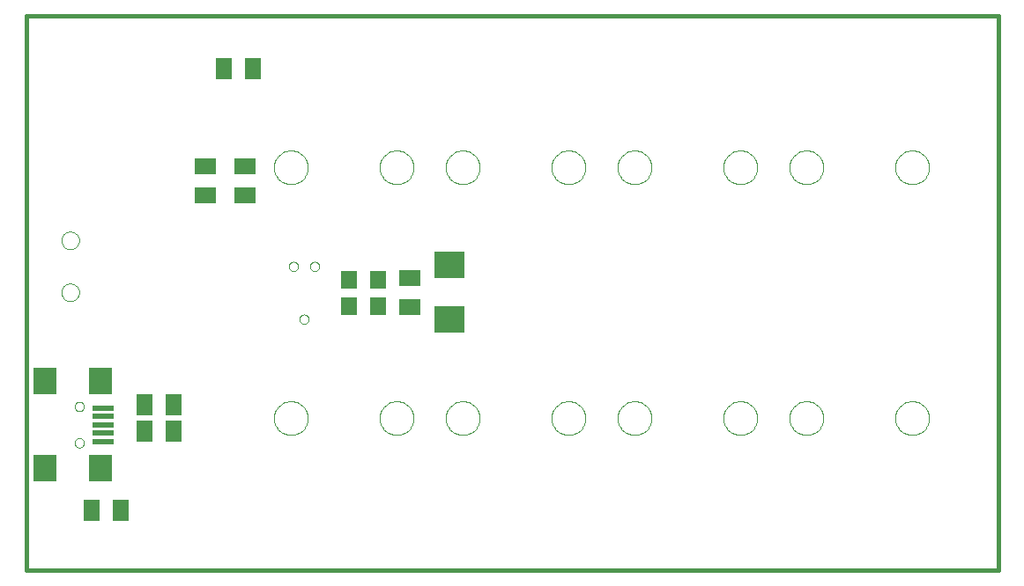
<source format=gtp>
G75*
G70*
%OFA0B0*%
%FSLAX24Y24*%
%IPPOS*%
%LPD*%
%AMOC8*
5,1,8,0,0,1.08239X$1,22.5*
%
%ADD10C,0.0160*%
%ADD11C,0.0000*%
%ADD12R,0.0787X0.0630*%
%ADD13R,0.0630X0.0709*%
%ADD14R,0.1181X0.0984*%
%ADD15R,0.0630X0.0787*%
%ADD16R,0.0866X0.0984*%
%ADD17R,0.0787X0.0197*%
D10*
X000620Y000267D02*
X037370Y000267D01*
X037370Y021267D01*
X000620Y021267D01*
X000620Y000267D01*
D11*
X002443Y005078D02*
X002445Y005104D01*
X002451Y005130D01*
X002461Y005155D01*
X002474Y005178D01*
X002490Y005198D01*
X002510Y005216D01*
X002532Y005231D01*
X002555Y005243D01*
X002581Y005251D01*
X002607Y005255D01*
X002633Y005255D01*
X002659Y005251D01*
X002685Y005243D01*
X002709Y005231D01*
X002730Y005216D01*
X002750Y005198D01*
X002766Y005178D01*
X002779Y005155D01*
X002789Y005130D01*
X002795Y005104D01*
X002797Y005078D01*
X002795Y005052D01*
X002789Y005026D01*
X002779Y005001D01*
X002766Y004978D01*
X002750Y004958D01*
X002730Y004940D01*
X002708Y004925D01*
X002685Y004913D01*
X002659Y004905D01*
X002633Y004901D01*
X002607Y004901D01*
X002581Y004905D01*
X002555Y004913D01*
X002531Y004925D01*
X002510Y004940D01*
X002490Y004958D01*
X002474Y004978D01*
X002461Y005001D01*
X002451Y005026D01*
X002445Y005052D01*
X002443Y005078D01*
X002443Y006456D02*
X002445Y006482D01*
X002451Y006508D01*
X002461Y006533D01*
X002474Y006556D01*
X002490Y006576D01*
X002510Y006594D01*
X002532Y006609D01*
X002555Y006621D01*
X002581Y006629D01*
X002607Y006633D01*
X002633Y006633D01*
X002659Y006629D01*
X002685Y006621D01*
X002709Y006609D01*
X002730Y006594D01*
X002750Y006576D01*
X002766Y006556D01*
X002779Y006533D01*
X002789Y006508D01*
X002795Y006482D01*
X002797Y006456D01*
X002795Y006430D01*
X002789Y006404D01*
X002779Y006379D01*
X002766Y006356D01*
X002750Y006336D01*
X002730Y006318D01*
X002708Y006303D01*
X002685Y006291D01*
X002659Y006283D01*
X002633Y006279D01*
X002607Y006279D01*
X002581Y006283D01*
X002555Y006291D01*
X002531Y006303D01*
X002510Y006318D01*
X002490Y006336D01*
X002474Y006356D01*
X002461Y006379D01*
X002451Y006404D01*
X002445Y006430D01*
X002443Y006456D01*
X001939Y010782D02*
X001941Y010818D01*
X001947Y010854D01*
X001957Y010889D01*
X001970Y010923D01*
X001987Y010955D01*
X002007Y010985D01*
X002031Y011012D01*
X002057Y011037D01*
X002086Y011059D01*
X002117Y011078D01*
X002150Y011093D01*
X002184Y011105D01*
X002220Y011113D01*
X002256Y011117D01*
X002292Y011117D01*
X002328Y011113D01*
X002364Y011105D01*
X002398Y011093D01*
X002431Y011078D01*
X002462Y011059D01*
X002491Y011037D01*
X002517Y011012D01*
X002541Y010985D01*
X002561Y010955D01*
X002578Y010923D01*
X002591Y010889D01*
X002601Y010854D01*
X002607Y010818D01*
X002609Y010782D01*
X002607Y010746D01*
X002601Y010710D01*
X002591Y010675D01*
X002578Y010641D01*
X002561Y010609D01*
X002541Y010579D01*
X002517Y010552D01*
X002491Y010527D01*
X002462Y010505D01*
X002431Y010486D01*
X002398Y010471D01*
X002364Y010459D01*
X002328Y010451D01*
X002292Y010447D01*
X002256Y010447D01*
X002220Y010451D01*
X002184Y010459D01*
X002150Y010471D01*
X002117Y010486D01*
X002086Y010505D01*
X002057Y010527D01*
X002031Y010552D01*
X002007Y010579D01*
X001987Y010609D01*
X001970Y010641D01*
X001957Y010675D01*
X001947Y010710D01*
X001941Y010746D01*
X001939Y010782D01*
X001939Y012751D02*
X001941Y012787D01*
X001947Y012823D01*
X001957Y012858D01*
X001970Y012892D01*
X001987Y012924D01*
X002007Y012954D01*
X002031Y012981D01*
X002057Y013006D01*
X002086Y013028D01*
X002117Y013047D01*
X002150Y013062D01*
X002184Y013074D01*
X002220Y013082D01*
X002256Y013086D01*
X002292Y013086D01*
X002328Y013082D01*
X002364Y013074D01*
X002398Y013062D01*
X002431Y013047D01*
X002462Y013028D01*
X002491Y013006D01*
X002517Y012981D01*
X002541Y012954D01*
X002561Y012924D01*
X002578Y012892D01*
X002591Y012858D01*
X002601Y012823D01*
X002607Y012787D01*
X002609Y012751D01*
X002607Y012715D01*
X002601Y012679D01*
X002591Y012644D01*
X002578Y012610D01*
X002561Y012578D01*
X002541Y012548D01*
X002517Y012521D01*
X002491Y012496D01*
X002462Y012474D01*
X002431Y012455D01*
X002398Y012440D01*
X002364Y012428D01*
X002328Y012420D01*
X002292Y012416D01*
X002256Y012416D01*
X002220Y012420D01*
X002184Y012428D01*
X002150Y012440D01*
X002117Y012455D01*
X002086Y012474D01*
X002057Y012496D01*
X002031Y012521D01*
X002007Y012548D01*
X001987Y012578D01*
X001970Y012610D01*
X001957Y012644D01*
X001947Y012679D01*
X001941Y012715D01*
X001939Y012751D01*
X010545Y011767D02*
X010547Y011793D01*
X010553Y011819D01*
X010562Y011843D01*
X010575Y011866D01*
X010592Y011886D01*
X010611Y011904D01*
X010633Y011919D01*
X010656Y011930D01*
X010681Y011938D01*
X010707Y011942D01*
X010733Y011942D01*
X010759Y011938D01*
X010784Y011930D01*
X010808Y011919D01*
X010829Y011904D01*
X010848Y011886D01*
X010865Y011866D01*
X010878Y011843D01*
X010887Y011819D01*
X010893Y011793D01*
X010895Y011767D01*
X010893Y011741D01*
X010887Y011715D01*
X010878Y011691D01*
X010865Y011668D01*
X010848Y011648D01*
X010829Y011630D01*
X010807Y011615D01*
X010784Y011604D01*
X010759Y011596D01*
X010733Y011592D01*
X010707Y011592D01*
X010681Y011596D01*
X010656Y011604D01*
X010632Y011615D01*
X010611Y011630D01*
X010592Y011648D01*
X010575Y011668D01*
X010562Y011691D01*
X010553Y011715D01*
X010547Y011741D01*
X010545Y011767D01*
X011345Y011767D02*
X011347Y011793D01*
X011353Y011819D01*
X011362Y011843D01*
X011375Y011866D01*
X011392Y011886D01*
X011411Y011904D01*
X011433Y011919D01*
X011456Y011930D01*
X011481Y011938D01*
X011507Y011942D01*
X011533Y011942D01*
X011559Y011938D01*
X011584Y011930D01*
X011608Y011919D01*
X011629Y011904D01*
X011648Y011886D01*
X011665Y011866D01*
X011678Y011843D01*
X011687Y011819D01*
X011693Y011793D01*
X011695Y011767D01*
X011693Y011741D01*
X011687Y011715D01*
X011678Y011691D01*
X011665Y011668D01*
X011648Y011648D01*
X011629Y011630D01*
X011607Y011615D01*
X011584Y011604D01*
X011559Y011596D01*
X011533Y011592D01*
X011507Y011592D01*
X011481Y011596D01*
X011456Y011604D01*
X011432Y011615D01*
X011411Y011630D01*
X011392Y011648D01*
X011375Y011668D01*
X011362Y011691D01*
X011353Y011715D01*
X011347Y011741D01*
X011345Y011767D01*
X010945Y009767D02*
X010947Y009793D01*
X010953Y009819D01*
X010962Y009843D01*
X010975Y009866D01*
X010992Y009886D01*
X011011Y009904D01*
X011033Y009919D01*
X011056Y009930D01*
X011081Y009938D01*
X011107Y009942D01*
X011133Y009942D01*
X011159Y009938D01*
X011184Y009930D01*
X011208Y009919D01*
X011229Y009904D01*
X011248Y009886D01*
X011265Y009866D01*
X011278Y009843D01*
X011287Y009819D01*
X011293Y009793D01*
X011295Y009767D01*
X011293Y009741D01*
X011287Y009715D01*
X011278Y009691D01*
X011265Y009668D01*
X011248Y009648D01*
X011229Y009630D01*
X011207Y009615D01*
X011184Y009604D01*
X011159Y009596D01*
X011133Y009592D01*
X011107Y009592D01*
X011081Y009596D01*
X011056Y009604D01*
X011032Y009615D01*
X011011Y009630D01*
X010992Y009648D01*
X010975Y009668D01*
X010962Y009691D01*
X010953Y009715D01*
X010947Y009741D01*
X010945Y009767D01*
X009980Y006017D02*
X009982Y006067D01*
X009988Y006117D01*
X009998Y006166D01*
X010011Y006215D01*
X010029Y006262D01*
X010050Y006308D01*
X010074Y006351D01*
X010102Y006393D01*
X010133Y006433D01*
X010167Y006470D01*
X010204Y006504D01*
X010244Y006535D01*
X010286Y006563D01*
X010329Y006587D01*
X010375Y006608D01*
X010422Y006626D01*
X010471Y006639D01*
X010520Y006649D01*
X010570Y006655D01*
X010620Y006657D01*
X010670Y006655D01*
X010720Y006649D01*
X010769Y006639D01*
X010818Y006626D01*
X010865Y006608D01*
X010911Y006587D01*
X010954Y006563D01*
X010996Y006535D01*
X011036Y006504D01*
X011073Y006470D01*
X011107Y006433D01*
X011138Y006393D01*
X011166Y006351D01*
X011190Y006308D01*
X011211Y006262D01*
X011229Y006215D01*
X011242Y006166D01*
X011252Y006117D01*
X011258Y006067D01*
X011260Y006017D01*
X011258Y005967D01*
X011252Y005917D01*
X011242Y005868D01*
X011229Y005819D01*
X011211Y005772D01*
X011190Y005726D01*
X011166Y005683D01*
X011138Y005641D01*
X011107Y005601D01*
X011073Y005564D01*
X011036Y005530D01*
X010996Y005499D01*
X010954Y005471D01*
X010911Y005447D01*
X010865Y005426D01*
X010818Y005408D01*
X010769Y005395D01*
X010720Y005385D01*
X010670Y005379D01*
X010620Y005377D01*
X010570Y005379D01*
X010520Y005385D01*
X010471Y005395D01*
X010422Y005408D01*
X010375Y005426D01*
X010329Y005447D01*
X010286Y005471D01*
X010244Y005499D01*
X010204Y005530D01*
X010167Y005564D01*
X010133Y005601D01*
X010102Y005641D01*
X010074Y005683D01*
X010050Y005726D01*
X010029Y005772D01*
X010011Y005819D01*
X009998Y005868D01*
X009988Y005917D01*
X009982Y005967D01*
X009980Y006017D01*
X013980Y006017D02*
X013982Y006067D01*
X013988Y006117D01*
X013998Y006166D01*
X014011Y006215D01*
X014029Y006262D01*
X014050Y006308D01*
X014074Y006351D01*
X014102Y006393D01*
X014133Y006433D01*
X014167Y006470D01*
X014204Y006504D01*
X014244Y006535D01*
X014286Y006563D01*
X014329Y006587D01*
X014375Y006608D01*
X014422Y006626D01*
X014471Y006639D01*
X014520Y006649D01*
X014570Y006655D01*
X014620Y006657D01*
X014670Y006655D01*
X014720Y006649D01*
X014769Y006639D01*
X014818Y006626D01*
X014865Y006608D01*
X014911Y006587D01*
X014954Y006563D01*
X014996Y006535D01*
X015036Y006504D01*
X015073Y006470D01*
X015107Y006433D01*
X015138Y006393D01*
X015166Y006351D01*
X015190Y006308D01*
X015211Y006262D01*
X015229Y006215D01*
X015242Y006166D01*
X015252Y006117D01*
X015258Y006067D01*
X015260Y006017D01*
X015258Y005967D01*
X015252Y005917D01*
X015242Y005868D01*
X015229Y005819D01*
X015211Y005772D01*
X015190Y005726D01*
X015166Y005683D01*
X015138Y005641D01*
X015107Y005601D01*
X015073Y005564D01*
X015036Y005530D01*
X014996Y005499D01*
X014954Y005471D01*
X014911Y005447D01*
X014865Y005426D01*
X014818Y005408D01*
X014769Y005395D01*
X014720Y005385D01*
X014670Y005379D01*
X014620Y005377D01*
X014570Y005379D01*
X014520Y005385D01*
X014471Y005395D01*
X014422Y005408D01*
X014375Y005426D01*
X014329Y005447D01*
X014286Y005471D01*
X014244Y005499D01*
X014204Y005530D01*
X014167Y005564D01*
X014133Y005601D01*
X014102Y005641D01*
X014074Y005683D01*
X014050Y005726D01*
X014029Y005772D01*
X014011Y005819D01*
X013998Y005868D01*
X013988Y005917D01*
X013982Y005967D01*
X013980Y006017D01*
X016480Y006017D02*
X016482Y006067D01*
X016488Y006117D01*
X016498Y006166D01*
X016511Y006215D01*
X016529Y006262D01*
X016550Y006308D01*
X016574Y006351D01*
X016602Y006393D01*
X016633Y006433D01*
X016667Y006470D01*
X016704Y006504D01*
X016744Y006535D01*
X016786Y006563D01*
X016829Y006587D01*
X016875Y006608D01*
X016922Y006626D01*
X016971Y006639D01*
X017020Y006649D01*
X017070Y006655D01*
X017120Y006657D01*
X017170Y006655D01*
X017220Y006649D01*
X017269Y006639D01*
X017318Y006626D01*
X017365Y006608D01*
X017411Y006587D01*
X017454Y006563D01*
X017496Y006535D01*
X017536Y006504D01*
X017573Y006470D01*
X017607Y006433D01*
X017638Y006393D01*
X017666Y006351D01*
X017690Y006308D01*
X017711Y006262D01*
X017729Y006215D01*
X017742Y006166D01*
X017752Y006117D01*
X017758Y006067D01*
X017760Y006017D01*
X017758Y005967D01*
X017752Y005917D01*
X017742Y005868D01*
X017729Y005819D01*
X017711Y005772D01*
X017690Y005726D01*
X017666Y005683D01*
X017638Y005641D01*
X017607Y005601D01*
X017573Y005564D01*
X017536Y005530D01*
X017496Y005499D01*
X017454Y005471D01*
X017411Y005447D01*
X017365Y005426D01*
X017318Y005408D01*
X017269Y005395D01*
X017220Y005385D01*
X017170Y005379D01*
X017120Y005377D01*
X017070Y005379D01*
X017020Y005385D01*
X016971Y005395D01*
X016922Y005408D01*
X016875Y005426D01*
X016829Y005447D01*
X016786Y005471D01*
X016744Y005499D01*
X016704Y005530D01*
X016667Y005564D01*
X016633Y005601D01*
X016602Y005641D01*
X016574Y005683D01*
X016550Y005726D01*
X016529Y005772D01*
X016511Y005819D01*
X016498Y005868D01*
X016488Y005917D01*
X016482Y005967D01*
X016480Y006017D01*
X020480Y006017D02*
X020482Y006067D01*
X020488Y006117D01*
X020498Y006166D01*
X020511Y006215D01*
X020529Y006262D01*
X020550Y006308D01*
X020574Y006351D01*
X020602Y006393D01*
X020633Y006433D01*
X020667Y006470D01*
X020704Y006504D01*
X020744Y006535D01*
X020786Y006563D01*
X020829Y006587D01*
X020875Y006608D01*
X020922Y006626D01*
X020971Y006639D01*
X021020Y006649D01*
X021070Y006655D01*
X021120Y006657D01*
X021170Y006655D01*
X021220Y006649D01*
X021269Y006639D01*
X021318Y006626D01*
X021365Y006608D01*
X021411Y006587D01*
X021454Y006563D01*
X021496Y006535D01*
X021536Y006504D01*
X021573Y006470D01*
X021607Y006433D01*
X021638Y006393D01*
X021666Y006351D01*
X021690Y006308D01*
X021711Y006262D01*
X021729Y006215D01*
X021742Y006166D01*
X021752Y006117D01*
X021758Y006067D01*
X021760Y006017D01*
X021758Y005967D01*
X021752Y005917D01*
X021742Y005868D01*
X021729Y005819D01*
X021711Y005772D01*
X021690Y005726D01*
X021666Y005683D01*
X021638Y005641D01*
X021607Y005601D01*
X021573Y005564D01*
X021536Y005530D01*
X021496Y005499D01*
X021454Y005471D01*
X021411Y005447D01*
X021365Y005426D01*
X021318Y005408D01*
X021269Y005395D01*
X021220Y005385D01*
X021170Y005379D01*
X021120Y005377D01*
X021070Y005379D01*
X021020Y005385D01*
X020971Y005395D01*
X020922Y005408D01*
X020875Y005426D01*
X020829Y005447D01*
X020786Y005471D01*
X020744Y005499D01*
X020704Y005530D01*
X020667Y005564D01*
X020633Y005601D01*
X020602Y005641D01*
X020574Y005683D01*
X020550Y005726D01*
X020529Y005772D01*
X020511Y005819D01*
X020498Y005868D01*
X020488Y005917D01*
X020482Y005967D01*
X020480Y006017D01*
X022980Y006017D02*
X022982Y006067D01*
X022988Y006117D01*
X022998Y006166D01*
X023011Y006215D01*
X023029Y006262D01*
X023050Y006308D01*
X023074Y006351D01*
X023102Y006393D01*
X023133Y006433D01*
X023167Y006470D01*
X023204Y006504D01*
X023244Y006535D01*
X023286Y006563D01*
X023329Y006587D01*
X023375Y006608D01*
X023422Y006626D01*
X023471Y006639D01*
X023520Y006649D01*
X023570Y006655D01*
X023620Y006657D01*
X023670Y006655D01*
X023720Y006649D01*
X023769Y006639D01*
X023818Y006626D01*
X023865Y006608D01*
X023911Y006587D01*
X023954Y006563D01*
X023996Y006535D01*
X024036Y006504D01*
X024073Y006470D01*
X024107Y006433D01*
X024138Y006393D01*
X024166Y006351D01*
X024190Y006308D01*
X024211Y006262D01*
X024229Y006215D01*
X024242Y006166D01*
X024252Y006117D01*
X024258Y006067D01*
X024260Y006017D01*
X024258Y005967D01*
X024252Y005917D01*
X024242Y005868D01*
X024229Y005819D01*
X024211Y005772D01*
X024190Y005726D01*
X024166Y005683D01*
X024138Y005641D01*
X024107Y005601D01*
X024073Y005564D01*
X024036Y005530D01*
X023996Y005499D01*
X023954Y005471D01*
X023911Y005447D01*
X023865Y005426D01*
X023818Y005408D01*
X023769Y005395D01*
X023720Y005385D01*
X023670Y005379D01*
X023620Y005377D01*
X023570Y005379D01*
X023520Y005385D01*
X023471Y005395D01*
X023422Y005408D01*
X023375Y005426D01*
X023329Y005447D01*
X023286Y005471D01*
X023244Y005499D01*
X023204Y005530D01*
X023167Y005564D01*
X023133Y005601D01*
X023102Y005641D01*
X023074Y005683D01*
X023050Y005726D01*
X023029Y005772D01*
X023011Y005819D01*
X022998Y005868D01*
X022988Y005917D01*
X022982Y005967D01*
X022980Y006017D01*
X026980Y006017D02*
X026982Y006067D01*
X026988Y006117D01*
X026998Y006166D01*
X027011Y006215D01*
X027029Y006262D01*
X027050Y006308D01*
X027074Y006351D01*
X027102Y006393D01*
X027133Y006433D01*
X027167Y006470D01*
X027204Y006504D01*
X027244Y006535D01*
X027286Y006563D01*
X027329Y006587D01*
X027375Y006608D01*
X027422Y006626D01*
X027471Y006639D01*
X027520Y006649D01*
X027570Y006655D01*
X027620Y006657D01*
X027670Y006655D01*
X027720Y006649D01*
X027769Y006639D01*
X027818Y006626D01*
X027865Y006608D01*
X027911Y006587D01*
X027954Y006563D01*
X027996Y006535D01*
X028036Y006504D01*
X028073Y006470D01*
X028107Y006433D01*
X028138Y006393D01*
X028166Y006351D01*
X028190Y006308D01*
X028211Y006262D01*
X028229Y006215D01*
X028242Y006166D01*
X028252Y006117D01*
X028258Y006067D01*
X028260Y006017D01*
X028258Y005967D01*
X028252Y005917D01*
X028242Y005868D01*
X028229Y005819D01*
X028211Y005772D01*
X028190Y005726D01*
X028166Y005683D01*
X028138Y005641D01*
X028107Y005601D01*
X028073Y005564D01*
X028036Y005530D01*
X027996Y005499D01*
X027954Y005471D01*
X027911Y005447D01*
X027865Y005426D01*
X027818Y005408D01*
X027769Y005395D01*
X027720Y005385D01*
X027670Y005379D01*
X027620Y005377D01*
X027570Y005379D01*
X027520Y005385D01*
X027471Y005395D01*
X027422Y005408D01*
X027375Y005426D01*
X027329Y005447D01*
X027286Y005471D01*
X027244Y005499D01*
X027204Y005530D01*
X027167Y005564D01*
X027133Y005601D01*
X027102Y005641D01*
X027074Y005683D01*
X027050Y005726D01*
X027029Y005772D01*
X027011Y005819D01*
X026998Y005868D01*
X026988Y005917D01*
X026982Y005967D01*
X026980Y006017D01*
X029480Y006017D02*
X029482Y006067D01*
X029488Y006117D01*
X029498Y006166D01*
X029511Y006215D01*
X029529Y006262D01*
X029550Y006308D01*
X029574Y006351D01*
X029602Y006393D01*
X029633Y006433D01*
X029667Y006470D01*
X029704Y006504D01*
X029744Y006535D01*
X029786Y006563D01*
X029829Y006587D01*
X029875Y006608D01*
X029922Y006626D01*
X029971Y006639D01*
X030020Y006649D01*
X030070Y006655D01*
X030120Y006657D01*
X030170Y006655D01*
X030220Y006649D01*
X030269Y006639D01*
X030318Y006626D01*
X030365Y006608D01*
X030411Y006587D01*
X030454Y006563D01*
X030496Y006535D01*
X030536Y006504D01*
X030573Y006470D01*
X030607Y006433D01*
X030638Y006393D01*
X030666Y006351D01*
X030690Y006308D01*
X030711Y006262D01*
X030729Y006215D01*
X030742Y006166D01*
X030752Y006117D01*
X030758Y006067D01*
X030760Y006017D01*
X030758Y005967D01*
X030752Y005917D01*
X030742Y005868D01*
X030729Y005819D01*
X030711Y005772D01*
X030690Y005726D01*
X030666Y005683D01*
X030638Y005641D01*
X030607Y005601D01*
X030573Y005564D01*
X030536Y005530D01*
X030496Y005499D01*
X030454Y005471D01*
X030411Y005447D01*
X030365Y005426D01*
X030318Y005408D01*
X030269Y005395D01*
X030220Y005385D01*
X030170Y005379D01*
X030120Y005377D01*
X030070Y005379D01*
X030020Y005385D01*
X029971Y005395D01*
X029922Y005408D01*
X029875Y005426D01*
X029829Y005447D01*
X029786Y005471D01*
X029744Y005499D01*
X029704Y005530D01*
X029667Y005564D01*
X029633Y005601D01*
X029602Y005641D01*
X029574Y005683D01*
X029550Y005726D01*
X029529Y005772D01*
X029511Y005819D01*
X029498Y005868D01*
X029488Y005917D01*
X029482Y005967D01*
X029480Y006017D01*
X033480Y006017D02*
X033482Y006067D01*
X033488Y006117D01*
X033498Y006166D01*
X033511Y006215D01*
X033529Y006262D01*
X033550Y006308D01*
X033574Y006351D01*
X033602Y006393D01*
X033633Y006433D01*
X033667Y006470D01*
X033704Y006504D01*
X033744Y006535D01*
X033786Y006563D01*
X033829Y006587D01*
X033875Y006608D01*
X033922Y006626D01*
X033971Y006639D01*
X034020Y006649D01*
X034070Y006655D01*
X034120Y006657D01*
X034170Y006655D01*
X034220Y006649D01*
X034269Y006639D01*
X034318Y006626D01*
X034365Y006608D01*
X034411Y006587D01*
X034454Y006563D01*
X034496Y006535D01*
X034536Y006504D01*
X034573Y006470D01*
X034607Y006433D01*
X034638Y006393D01*
X034666Y006351D01*
X034690Y006308D01*
X034711Y006262D01*
X034729Y006215D01*
X034742Y006166D01*
X034752Y006117D01*
X034758Y006067D01*
X034760Y006017D01*
X034758Y005967D01*
X034752Y005917D01*
X034742Y005868D01*
X034729Y005819D01*
X034711Y005772D01*
X034690Y005726D01*
X034666Y005683D01*
X034638Y005641D01*
X034607Y005601D01*
X034573Y005564D01*
X034536Y005530D01*
X034496Y005499D01*
X034454Y005471D01*
X034411Y005447D01*
X034365Y005426D01*
X034318Y005408D01*
X034269Y005395D01*
X034220Y005385D01*
X034170Y005379D01*
X034120Y005377D01*
X034070Y005379D01*
X034020Y005385D01*
X033971Y005395D01*
X033922Y005408D01*
X033875Y005426D01*
X033829Y005447D01*
X033786Y005471D01*
X033744Y005499D01*
X033704Y005530D01*
X033667Y005564D01*
X033633Y005601D01*
X033602Y005641D01*
X033574Y005683D01*
X033550Y005726D01*
X033529Y005772D01*
X033511Y005819D01*
X033498Y005868D01*
X033488Y005917D01*
X033482Y005967D01*
X033480Y006017D01*
X033480Y015517D02*
X033482Y015567D01*
X033488Y015617D01*
X033498Y015666D01*
X033511Y015715D01*
X033529Y015762D01*
X033550Y015808D01*
X033574Y015851D01*
X033602Y015893D01*
X033633Y015933D01*
X033667Y015970D01*
X033704Y016004D01*
X033744Y016035D01*
X033786Y016063D01*
X033829Y016087D01*
X033875Y016108D01*
X033922Y016126D01*
X033971Y016139D01*
X034020Y016149D01*
X034070Y016155D01*
X034120Y016157D01*
X034170Y016155D01*
X034220Y016149D01*
X034269Y016139D01*
X034318Y016126D01*
X034365Y016108D01*
X034411Y016087D01*
X034454Y016063D01*
X034496Y016035D01*
X034536Y016004D01*
X034573Y015970D01*
X034607Y015933D01*
X034638Y015893D01*
X034666Y015851D01*
X034690Y015808D01*
X034711Y015762D01*
X034729Y015715D01*
X034742Y015666D01*
X034752Y015617D01*
X034758Y015567D01*
X034760Y015517D01*
X034758Y015467D01*
X034752Y015417D01*
X034742Y015368D01*
X034729Y015319D01*
X034711Y015272D01*
X034690Y015226D01*
X034666Y015183D01*
X034638Y015141D01*
X034607Y015101D01*
X034573Y015064D01*
X034536Y015030D01*
X034496Y014999D01*
X034454Y014971D01*
X034411Y014947D01*
X034365Y014926D01*
X034318Y014908D01*
X034269Y014895D01*
X034220Y014885D01*
X034170Y014879D01*
X034120Y014877D01*
X034070Y014879D01*
X034020Y014885D01*
X033971Y014895D01*
X033922Y014908D01*
X033875Y014926D01*
X033829Y014947D01*
X033786Y014971D01*
X033744Y014999D01*
X033704Y015030D01*
X033667Y015064D01*
X033633Y015101D01*
X033602Y015141D01*
X033574Y015183D01*
X033550Y015226D01*
X033529Y015272D01*
X033511Y015319D01*
X033498Y015368D01*
X033488Y015417D01*
X033482Y015467D01*
X033480Y015517D01*
X029480Y015517D02*
X029482Y015567D01*
X029488Y015617D01*
X029498Y015666D01*
X029511Y015715D01*
X029529Y015762D01*
X029550Y015808D01*
X029574Y015851D01*
X029602Y015893D01*
X029633Y015933D01*
X029667Y015970D01*
X029704Y016004D01*
X029744Y016035D01*
X029786Y016063D01*
X029829Y016087D01*
X029875Y016108D01*
X029922Y016126D01*
X029971Y016139D01*
X030020Y016149D01*
X030070Y016155D01*
X030120Y016157D01*
X030170Y016155D01*
X030220Y016149D01*
X030269Y016139D01*
X030318Y016126D01*
X030365Y016108D01*
X030411Y016087D01*
X030454Y016063D01*
X030496Y016035D01*
X030536Y016004D01*
X030573Y015970D01*
X030607Y015933D01*
X030638Y015893D01*
X030666Y015851D01*
X030690Y015808D01*
X030711Y015762D01*
X030729Y015715D01*
X030742Y015666D01*
X030752Y015617D01*
X030758Y015567D01*
X030760Y015517D01*
X030758Y015467D01*
X030752Y015417D01*
X030742Y015368D01*
X030729Y015319D01*
X030711Y015272D01*
X030690Y015226D01*
X030666Y015183D01*
X030638Y015141D01*
X030607Y015101D01*
X030573Y015064D01*
X030536Y015030D01*
X030496Y014999D01*
X030454Y014971D01*
X030411Y014947D01*
X030365Y014926D01*
X030318Y014908D01*
X030269Y014895D01*
X030220Y014885D01*
X030170Y014879D01*
X030120Y014877D01*
X030070Y014879D01*
X030020Y014885D01*
X029971Y014895D01*
X029922Y014908D01*
X029875Y014926D01*
X029829Y014947D01*
X029786Y014971D01*
X029744Y014999D01*
X029704Y015030D01*
X029667Y015064D01*
X029633Y015101D01*
X029602Y015141D01*
X029574Y015183D01*
X029550Y015226D01*
X029529Y015272D01*
X029511Y015319D01*
X029498Y015368D01*
X029488Y015417D01*
X029482Y015467D01*
X029480Y015517D01*
X026980Y015517D02*
X026982Y015567D01*
X026988Y015617D01*
X026998Y015666D01*
X027011Y015715D01*
X027029Y015762D01*
X027050Y015808D01*
X027074Y015851D01*
X027102Y015893D01*
X027133Y015933D01*
X027167Y015970D01*
X027204Y016004D01*
X027244Y016035D01*
X027286Y016063D01*
X027329Y016087D01*
X027375Y016108D01*
X027422Y016126D01*
X027471Y016139D01*
X027520Y016149D01*
X027570Y016155D01*
X027620Y016157D01*
X027670Y016155D01*
X027720Y016149D01*
X027769Y016139D01*
X027818Y016126D01*
X027865Y016108D01*
X027911Y016087D01*
X027954Y016063D01*
X027996Y016035D01*
X028036Y016004D01*
X028073Y015970D01*
X028107Y015933D01*
X028138Y015893D01*
X028166Y015851D01*
X028190Y015808D01*
X028211Y015762D01*
X028229Y015715D01*
X028242Y015666D01*
X028252Y015617D01*
X028258Y015567D01*
X028260Y015517D01*
X028258Y015467D01*
X028252Y015417D01*
X028242Y015368D01*
X028229Y015319D01*
X028211Y015272D01*
X028190Y015226D01*
X028166Y015183D01*
X028138Y015141D01*
X028107Y015101D01*
X028073Y015064D01*
X028036Y015030D01*
X027996Y014999D01*
X027954Y014971D01*
X027911Y014947D01*
X027865Y014926D01*
X027818Y014908D01*
X027769Y014895D01*
X027720Y014885D01*
X027670Y014879D01*
X027620Y014877D01*
X027570Y014879D01*
X027520Y014885D01*
X027471Y014895D01*
X027422Y014908D01*
X027375Y014926D01*
X027329Y014947D01*
X027286Y014971D01*
X027244Y014999D01*
X027204Y015030D01*
X027167Y015064D01*
X027133Y015101D01*
X027102Y015141D01*
X027074Y015183D01*
X027050Y015226D01*
X027029Y015272D01*
X027011Y015319D01*
X026998Y015368D01*
X026988Y015417D01*
X026982Y015467D01*
X026980Y015517D01*
X022980Y015517D02*
X022982Y015567D01*
X022988Y015617D01*
X022998Y015666D01*
X023011Y015715D01*
X023029Y015762D01*
X023050Y015808D01*
X023074Y015851D01*
X023102Y015893D01*
X023133Y015933D01*
X023167Y015970D01*
X023204Y016004D01*
X023244Y016035D01*
X023286Y016063D01*
X023329Y016087D01*
X023375Y016108D01*
X023422Y016126D01*
X023471Y016139D01*
X023520Y016149D01*
X023570Y016155D01*
X023620Y016157D01*
X023670Y016155D01*
X023720Y016149D01*
X023769Y016139D01*
X023818Y016126D01*
X023865Y016108D01*
X023911Y016087D01*
X023954Y016063D01*
X023996Y016035D01*
X024036Y016004D01*
X024073Y015970D01*
X024107Y015933D01*
X024138Y015893D01*
X024166Y015851D01*
X024190Y015808D01*
X024211Y015762D01*
X024229Y015715D01*
X024242Y015666D01*
X024252Y015617D01*
X024258Y015567D01*
X024260Y015517D01*
X024258Y015467D01*
X024252Y015417D01*
X024242Y015368D01*
X024229Y015319D01*
X024211Y015272D01*
X024190Y015226D01*
X024166Y015183D01*
X024138Y015141D01*
X024107Y015101D01*
X024073Y015064D01*
X024036Y015030D01*
X023996Y014999D01*
X023954Y014971D01*
X023911Y014947D01*
X023865Y014926D01*
X023818Y014908D01*
X023769Y014895D01*
X023720Y014885D01*
X023670Y014879D01*
X023620Y014877D01*
X023570Y014879D01*
X023520Y014885D01*
X023471Y014895D01*
X023422Y014908D01*
X023375Y014926D01*
X023329Y014947D01*
X023286Y014971D01*
X023244Y014999D01*
X023204Y015030D01*
X023167Y015064D01*
X023133Y015101D01*
X023102Y015141D01*
X023074Y015183D01*
X023050Y015226D01*
X023029Y015272D01*
X023011Y015319D01*
X022998Y015368D01*
X022988Y015417D01*
X022982Y015467D01*
X022980Y015517D01*
X020480Y015517D02*
X020482Y015567D01*
X020488Y015617D01*
X020498Y015666D01*
X020511Y015715D01*
X020529Y015762D01*
X020550Y015808D01*
X020574Y015851D01*
X020602Y015893D01*
X020633Y015933D01*
X020667Y015970D01*
X020704Y016004D01*
X020744Y016035D01*
X020786Y016063D01*
X020829Y016087D01*
X020875Y016108D01*
X020922Y016126D01*
X020971Y016139D01*
X021020Y016149D01*
X021070Y016155D01*
X021120Y016157D01*
X021170Y016155D01*
X021220Y016149D01*
X021269Y016139D01*
X021318Y016126D01*
X021365Y016108D01*
X021411Y016087D01*
X021454Y016063D01*
X021496Y016035D01*
X021536Y016004D01*
X021573Y015970D01*
X021607Y015933D01*
X021638Y015893D01*
X021666Y015851D01*
X021690Y015808D01*
X021711Y015762D01*
X021729Y015715D01*
X021742Y015666D01*
X021752Y015617D01*
X021758Y015567D01*
X021760Y015517D01*
X021758Y015467D01*
X021752Y015417D01*
X021742Y015368D01*
X021729Y015319D01*
X021711Y015272D01*
X021690Y015226D01*
X021666Y015183D01*
X021638Y015141D01*
X021607Y015101D01*
X021573Y015064D01*
X021536Y015030D01*
X021496Y014999D01*
X021454Y014971D01*
X021411Y014947D01*
X021365Y014926D01*
X021318Y014908D01*
X021269Y014895D01*
X021220Y014885D01*
X021170Y014879D01*
X021120Y014877D01*
X021070Y014879D01*
X021020Y014885D01*
X020971Y014895D01*
X020922Y014908D01*
X020875Y014926D01*
X020829Y014947D01*
X020786Y014971D01*
X020744Y014999D01*
X020704Y015030D01*
X020667Y015064D01*
X020633Y015101D01*
X020602Y015141D01*
X020574Y015183D01*
X020550Y015226D01*
X020529Y015272D01*
X020511Y015319D01*
X020498Y015368D01*
X020488Y015417D01*
X020482Y015467D01*
X020480Y015517D01*
X016480Y015517D02*
X016482Y015567D01*
X016488Y015617D01*
X016498Y015666D01*
X016511Y015715D01*
X016529Y015762D01*
X016550Y015808D01*
X016574Y015851D01*
X016602Y015893D01*
X016633Y015933D01*
X016667Y015970D01*
X016704Y016004D01*
X016744Y016035D01*
X016786Y016063D01*
X016829Y016087D01*
X016875Y016108D01*
X016922Y016126D01*
X016971Y016139D01*
X017020Y016149D01*
X017070Y016155D01*
X017120Y016157D01*
X017170Y016155D01*
X017220Y016149D01*
X017269Y016139D01*
X017318Y016126D01*
X017365Y016108D01*
X017411Y016087D01*
X017454Y016063D01*
X017496Y016035D01*
X017536Y016004D01*
X017573Y015970D01*
X017607Y015933D01*
X017638Y015893D01*
X017666Y015851D01*
X017690Y015808D01*
X017711Y015762D01*
X017729Y015715D01*
X017742Y015666D01*
X017752Y015617D01*
X017758Y015567D01*
X017760Y015517D01*
X017758Y015467D01*
X017752Y015417D01*
X017742Y015368D01*
X017729Y015319D01*
X017711Y015272D01*
X017690Y015226D01*
X017666Y015183D01*
X017638Y015141D01*
X017607Y015101D01*
X017573Y015064D01*
X017536Y015030D01*
X017496Y014999D01*
X017454Y014971D01*
X017411Y014947D01*
X017365Y014926D01*
X017318Y014908D01*
X017269Y014895D01*
X017220Y014885D01*
X017170Y014879D01*
X017120Y014877D01*
X017070Y014879D01*
X017020Y014885D01*
X016971Y014895D01*
X016922Y014908D01*
X016875Y014926D01*
X016829Y014947D01*
X016786Y014971D01*
X016744Y014999D01*
X016704Y015030D01*
X016667Y015064D01*
X016633Y015101D01*
X016602Y015141D01*
X016574Y015183D01*
X016550Y015226D01*
X016529Y015272D01*
X016511Y015319D01*
X016498Y015368D01*
X016488Y015417D01*
X016482Y015467D01*
X016480Y015517D01*
X013980Y015517D02*
X013982Y015567D01*
X013988Y015617D01*
X013998Y015666D01*
X014011Y015715D01*
X014029Y015762D01*
X014050Y015808D01*
X014074Y015851D01*
X014102Y015893D01*
X014133Y015933D01*
X014167Y015970D01*
X014204Y016004D01*
X014244Y016035D01*
X014286Y016063D01*
X014329Y016087D01*
X014375Y016108D01*
X014422Y016126D01*
X014471Y016139D01*
X014520Y016149D01*
X014570Y016155D01*
X014620Y016157D01*
X014670Y016155D01*
X014720Y016149D01*
X014769Y016139D01*
X014818Y016126D01*
X014865Y016108D01*
X014911Y016087D01*
X014954Y016063D01*
X014996Y016035D01*
X015036Y016004D01*
X015073Y015970D01*
X015107Y015933D01*
X015138Y015893D01*
X015166Y015851D01*
X015190Y015808D01*
X015211Y015762D01*
X015229Y015715D01*
X015242Y015666D01*
X015252Y015617D01*
X015258Y015567D01*
X015260Y015517D01*
X015258Y015467D01*
X015252Y015417D01*
X015242Y015368D01*
X015229Y015319D01*
X015211Y015272D01*
X015190Y015226D01*
X015166Y015183D01*
X015138Y015141D01*
X015107Y015101D01*
X015073Y015064D01*
X015036Y015030D01*
X014996Y014999D01*
X014954Y014971D01*
X014911Y014947D01*
X014865Y014926D01*
X014818Y014908D01*
X014769Y014895D01*
X014720Y014885D01*
X014670Y014879D01*
X014620Y014877D01*
X014570Y014879D01*
X014520Y014885D01*
X014471Y014895D01*
X014422Y014908D01*
X014375Y014926D01*
X014329Y014947D01*
X014286Y014971D01*
X014244Y014999D01*
X014204Y015030D01*
X014167Y015064D01*
X014133Y015101D01*
X014102Y015141D01*
X014074Y015183D01*
X014050Y015226D01*
X014029Y015272D01*
X014011Y015319D01*
X013998Y015368D01*
X013988Y015417D01*
X013982Y015467D01*
X013980Y015517D01*
X009980Y015517D02*
X009982Y015567D01*
X009988Y015617D01*
X009998Y015666D01*
X010011Y015715D01*
X010029Y015762D01*
X010050Y015808D01*
X010074Y015851D01*
X010102Y015893D01*
X010133Y015933D01*
X010167Y015970D01*
X010204Y016004D01*
X010244Y016035D01*
X010286Y016063D01*
X010329Y016087D01*
X010375Y016108D01*
X010422Y016126D01*
X010471Y016139D01*
X010520Y016149D01*
X010570Y016155D01*
X010620Y016157D01*
X010670Y016155D01*
X010720Y016149D01*
X010769Y016139D01*
X010818Y016126D01*
X010865Y016108D01*
X010911Y016087D01*
X010954Y016063D01*
X010996Y016035D01*
X011036Y016004D01*
X011073Y015970D01*
X011107Y015933D01*
X011138Y015893D01*
X011166Y015851D01*
X011190Y015808D01*
X011211Y015762D01*
X011229Y015715D01*
X011242Y015666D01*
X011252Y015617D01*
X011258Y015567D01*
X011260Y015517D01*
X011258Y015467D01*
X011252Y015417D01*
X011242Y015368D01*
X011229Y015319D01*
X011211Y015272D01*
X011190Y015226D01*
X011166Y015183D01*
X011138Y015141D01*
X011107Y015101D01*
X011073Y015064D01*
X011036Y015030D01*
X010996Y014999D01*
X010954Y014971D01*
X010911Y014947D01*
X010865Y014926D01*
X010818Y014908D01*
X010769Y014895D01*
X010720Y014885D01*
X010670Y014879D01*
X010620Y014877D01*
X010570Y014879D01*
X010520Y014885D01*
X010471Y014895D01*
X010422Y014908D01*
X010375Y014926D01*
X010329Y014947D01*
X010286Y014971D01*
X010244Y014999D01*
X010204Y015030D01*
X010167Y015064D01*
X010133Y015101D01*
X010102Y015141D01*
X010074Y015183D01*
X010050Y015226D01*
X010029Y015272D01*
X010011Y015319D01*
X009998Y015368D01*
X009988Y015417D01*
X009982Y015467D01*
X009980Y015517D01*
D12*
X008870Y015568D03*
X007370Y015568D03*
X007370Y014465D03*
X008870Y014465D03*
X015120Y011318D03*
X015120Y010215D03*
D13*
X013922Y010267D03*
X012819Y010267D03*
X012819Y011267D03*
X013922Y011267D03*
D14*
X016620Y011816D03*
X016620Y009757D03*
D15*
X006172Y006517D03*
X005069Y006517D03*
X005069Y005517D03*
X006172Y005517D03*
X004172Y002517D03*
X003069Y002517D03*
X008069Y019267D03*
X009172Y019267D03*
D16*
X003408Y007420D03*
X001321Y007420D03*
X001321Y004113D03*
X003408Y004113D03*
D17*
X003506Y005137D03*
X003506Y005452D03*
X003506Y005767D03*
X003506Y006082D03*
X003506Y006397D03*
M02*

</source>
